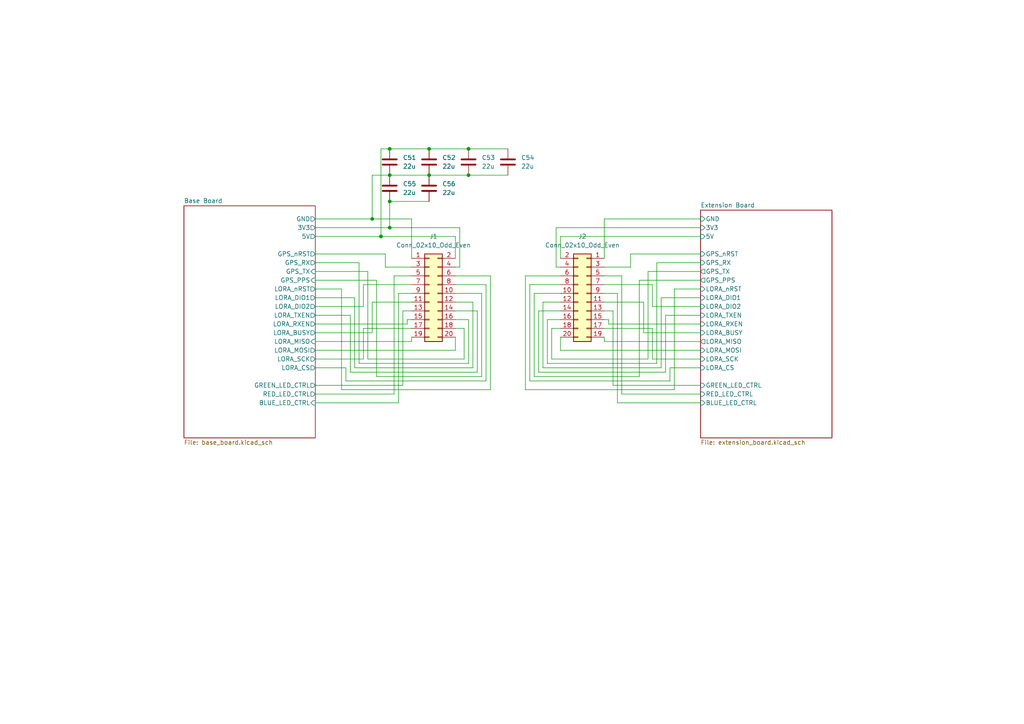
<source format=kicad_sch>
(kicad_sch (version 20230121) (generator eeschema)
  (paper "A4")
  (lib_symbols
    (symbol "Connector_Generic:Conn_02x10_Odd_Even" (pin_names (offset 1.016) hide)
      (property "Reference" "J" (at 1.27 12.7 0))
      (property "Value" "Conn_02x10_Odd_Even" (at 1.27 -15.24 0))
      (symbol "Conn_02x10_Odd_Even_1_1"
        (rectangle (start -1.27 -12.573) (end 0 -12.827) (stroke (width 0.1524)))
        (rectangle (start -1.27 -10.033) (end 0 -10.287) (stroke (width 0.1524)))
        (rectangle (start -1.27 -7.493) (end 0 -7.747) (stroke (width 0.1524)))
        (rectangle (start -1.27 -4.953) (end 0 -5.207) (stroke (width 0.1524)))
        (rectangle (start -1.27 -2.413) (end 0 -2.667) (stroke (width 0.1524)))
        (rectangle (start -1.27 0.127) (end 0 -0.127) (stroke (width 0.1524)))
        (rectangle (start -1.27 2.667) (end 0 2.413) (stroke (width 0.1524)))
        (rectangle (start -1.27 5.207) (end 0 4.953) (stroke (width 0.1524)))
        (rectangle (start -1.27 7.747) (end 0 7.493) (stroke (width 0.1524)))
        (rectangle (start -1.27 10.287) (end 0 10.033) (stroke (width 0.1524)))
        (rectangle (start -1.27 11.43) (end 3.81 -13.97) (stroke (width 0.254)) (fill (type background)))
        (rectangle (start 3.81 -12.573) (end 2.54 -12.827) (stroke (width 0.1524)))
        (rectangle (start 3.81 -10.033) (end 2.54 -10.287) (stroke (width 0.1524)))
        (rectangle (start 3.81 -7.493) (end 2.54 -7.747) (stroke (width 0.1524)))
        (rectangle (start 3.81 -4.953) (end 2.54 -5.207) (stroke (width 0.1524)))
        (rectangle (start 3.81 -2.413) (end 2.54 -2.667) (stroke (width 0.1524)))
        (rectangle (start 3.81 0.127) (end 2.54 -0.127) (stroke (width 0.1524)))
        (rectangle (start 3.81 2.667) (end 2.54 2.413) (stroke (width 0.1524)))
        (rectangle (start 3.81 5.207) (end 2.54 4.953) (stroke (width 0.1524)))
        (rectangle (start 3.81 7.747) (end 2.54 7.493) (stroke (width 0.1524)))
        (rectangle (start 3.81 10.287) (end 2.54 10.033) (stroke (width 0.1524)))
        (pin passive line (at -5.08 10.16 0) (length 3.81) (name "Pin_1") (number "1"))
        (pin passive line (at 7.62 0 180) (length 3.81) (name "Pin_10") (number "10"))
        (pin passive line (at -5.08 -2.54 0) (length 3.81) (name "Pin_11") (number "11"))
        (pin passive line (at 7.62 -2.54 180) (length 3.81) (name "Pin_12") (number "12"))
        (pin passive line (at -5.08 -5.08 0) (length 3.81) (name "Pin_13") (number "13"))
        (pin passive line (at 7.62 -5.08 180) (length 3.81) (name "Pin_14") (number "14"))
        (pin passive line (at -5.08 -7.62 0) (length 3.81) (name "Pin_15") (number "15"))
        (pin passive line (at 7.62 -7.62 180) (length 3.81) (name "Pin_16") (number "16"))
        (pin passive line (at -5.08 -10.16 0) (length 3.81) (name "Pin_17") (number "17"))
        (pin passive line (at 7.62 -10.16 180) (length 3.81) (name "Pin_18") (number "18"))
        (pin passive line (at -5.08 -12.7 0) (length 3.81) (name "Pin_19") (number "19"))
        (pin passive line (at 7.62 10.16 180) (length 3.81) (name "Pin_2") (number "2"))
        (pin passive line (at 7.62 -12.7 180) (length 3.81) (name "Pin_20") (number "20"))
        (pin passive line (at -5.08 7.62 0) (length 3.81) (name "Pin_3") (number "3"))
        (pin passive line (at 7.62 7.62 180) (length 3.81) (name "Pin_4") (number "4"))
        (pin passive line (at -5.08 5.08 0) (length 3.81) (name "Pin_5") (number "5"))
        (pin passive line (at 7.62 5.08 180) (length 3.81) (name "Pin_6") (number "6"))
        (pin passive line (at -5.08 2.54 0) (length 3.81) (name "Pin_7") (number "7"))
        (pin passive line (at 7.62 2.54 180) (length 3.81) (name "Pin_8") (number "8"))
        (pin passive line (at -5.08 0 0) (length 3.81) (name "Pin_9") (number "9"))
      )
    )
    (symbol "Device:C" (pin_numbers hide) (pin_names (offset 0.254))
      (property "Reference" "C" (at 0.635 2.54 0))
      (property "Value" "C" (at 0.635 -2.54 0))
      (symbol "C_0_1"
        (polyline (pts (xy -2.032 -0.762) (xy 2.032 -0.762)) (stroke (width 0.508)))
        (polyline (pts (xy -2.032 0.762) (xy 2.032 0.762)) (stroke (width 0.508)))
      )
      (symbol "C_1_1"
        (pin passive line (at 0 3.81 270) (length 2.794) (name "~") (number "1"))
        (pin passive line (at 0 -3.81 90) (length 2.794) (name "~") (number "2"))
      )
    )
  )
  (junction (at 124.46 43.18))
  (junction (at 110.49 68.58))
  (junction (at 124.46 50.8))
  (junction (at 113.03 50.8))
  (junction (at 113.03 58.42))
  (junction (at 113.03 43.18))
  (junction (at 107.95 63.5))
  (junction (at 135.89 43.18))
  (junction (at 113.03 66.04))
  (junction (at 135.89 50.8))
  (wire (pts (xy 91.44 88.9) (xy 105.41 88.9)))
  (wire (pts (xy 203.2 83.82) (xy 195.58 83.82)))
  (wire (pts (xy 118.11 92.71) (xy 119.38 92.71)))
  (wire (pts (xy 203.2 99.06) (xy 175.26 99.06)))
  (wire (pts (xy 180.34 114.3) (xy 180.34 80.01)))
  (wire (pts (xy 118.11 93.98) (xy 118.11 92.71)))
  (wire (pts (xy 160.02 104.14) (xy 160.02 95.25)))
  (wire (pts (xy 189.23 104.14) (xy 189.23 95.25)))
  (wire (pts (xy 105.41 88.9) (xy 105.41 82.55)))
  (wire (pts (xy 91.44 73.66) (xy 111.76 73.66)))
  (wire (pts (xy 203.2 111.76) (xy 177.8 111.76)))
  (wire (pts (xy 114.3 114.3) (xy 114.3 80.01)))
  (wire (pts (xy 91.44 96.52) (xy 107.95 96.52)))
  (wire (pts (xy 115.57 116.84) (xy 115.57 85.09)))
  (wire (pts (xy 135.89 43.18) (xy 147.32 43.18)))
  (wire (pts (xy 124.46 50.8) (xy 135.89 50.8)))
  (wire (pts (xy 189.23 82.55) (xy 175.26 82.55)))
  (wire (pts (xy 111.76 73.66) (xy 111.76 77.47)))
  (wire (pts (xy 140.97 82.55) (xy 132.08 82.55)))
  (wire (pts (xy 187.96 104.14) (xy 160.02 104.14)))
  (wire (pts (xy 100.33 110.49) (xy 140.97 110.49)))
  (wire (pts (xy 203.2 104.14) (xy 189.23 104.14)))
  (wire (pts (xy 110.49 68.58) (xy 132.08 68.58)))
  (wire (pts (xy 203.2 114.3) (xy 180.34 114.3)))
  (wire (pts (xy 91.44 91.44) (xy 101.6 91.44)))
  (wire (pts (xy 138.43 107.95) (xy 138.43 90.17)))
  (wire (pts (xy 142.24 80.01) (xy 132.08 80.01)))
  (wire (pts (xy 154.94 85.09) (xy 162.56 85.09)))
  (wire (pts (xy 91.44 76.2) (xy 104.14 76.2)))
  (wire (pts (xy 162.56 101.6) (xy 162.56 97.79)))
  (wire (pts (xy 105.41 95.25) (xy 119.38 95.25)))
  (wire (pts (xy 175.26 74.93) (xy 175.26 63.5)))
  (wire (pts (xy 100.33 106.68) (xy 100.33 110.49)))
  (wire (pts (xy 175.26 99.06) (xy 175.26 97.79)))
  (wire (pts (xy 157.48 87.63) (xy 162.56 87.63)))
  (wire (pts (xy 102.87 86.36) (xy 102.87 106.68)))
  (wire (pts (xy 91.44 86.36) (xy 102.87 86.36)))
  (wire (pts (xy 135.89 105.41) (xy 135.89 92.71)))
  (wire (pts (xy 152.4 113.03) (xy 152.4 80.01)))
  (wire (pts (xy 111.76 77.47) (xy 119.38 77.47)))
  (wire (pts (xy 91.44 81.28) (xy 109.22 81.28)))
  (wire (pts (xy 105.41 82.55) (xy 119.38 82.55)))
  (wire (pts (xy 107.95 63.5) (xy 119.38 63.5)))
  (wire (pts (xy 104.14 76.2) (xy 104.14 105.41)))
  (wire (pts (xy 195.58 83.82) (xy 195.58 113.03)))
  (wire (pts (xy 91.44 116.84) (xy 115.57 116.84)))
  (wire (pts (xy 195.58 113.03) (xy 152.4 113.03)))
  (wire (pts (xy 203.2 116.84) (xy 179.07 116.84)))
  (wire (pts (xy 91.44 66.04) (xy 113.03 66.04)))
  (wire (pts (xy 113.03 43.18) (xy 110.49 43.18)))
  (wire (pts (xy 179.07 85.09) (xy 175.26 85.09)))
  (wire (pts (xy 116.84 90.17) (xy 119.38 90.17)))
  (wire (pts (xy 119.38 74.93) (xy 119.38 63.5)))
  (wire (pts (xy 114.3 80.01) (xy 119.38 80.01)))
  (wire (pts (xy 115.57 85.09) (xy 119.38 85.09)))
  (wire (pts (xy 203.2 101.6) (xy 162.56 101.6)))
  (wire (pts (xy 91.44 104.14) (xy 105.41 104.14)))
  (wire (pts (xy 185.42 81.28) (xy 185.42 109.22)))
  (wire (pts (xy 113.03 66.04) (xy 133.35 66.04)))
  (wire (pts (xy 133.35 66.04) (xy 133.35 77.47)))
  (wire (pts (xy 106.68 104.14) (xy 134.62 104.14)))
  (wire (pts (xy 186.69 96.52) (xy 186.69 87.63)))
  (wire (pts (xy 160.02 95.25) (xy 162.56 95.25)))
  (wire (pts (xy 193.04 91.44) (xy 193.04 107.95)))
  (wire (pts (xy 109.22 81.28) (xy 109.22 109.22)))
  (wire (pts (xy 99.06 83.82) (xy 99.06 113.03)))
  (wire (pts (xy 182.88 73.66) (xy 182.88 77.47)))
  (wire (pts (xy 203.2 91.44) (xy 193.04 91.44)))
  (wire (pts (xy 179.07 116.84) (xy 179.07 85.09)))
  (wire (pts (xy 107.95 87.63) (xy 119.38 87.63)))
  (wire (pts (xy 137.16 87.63) (xy 132.08 87.63)))
  (wire (pts (xy 139.7 85.09) (xy 132.08 85.09)))
  (wire (pts (xy 113.03 58.42) (xy 113.03 66.04)))
  (wire (pts (xy 124.46 43.18) (xy 135.89 43.18)))
  (wire (pts (xy 91.44 106.68) (xy 100.33 106.68)))
  (wire (pts (xy 191.77 106.68) (xy 157.48 106.68)))
  (wire (pts (xy 134.62 95.25) (xy 132.08 95.25)))
  (wire (pts (xy 203.2 76.2) (xy 190.5 76.2)))
  (wire (pts (xy 177.8 90.17) (xy 175.26 90.17)))
  (wire (pts (xy 182.88 77.47) (xy 175.26 77.47)))
  (wire (pts (xy 91.44 83.82) (xy 99.06 83.82)))
  (wire (pts (xy 91.44 111.76) (xy 116.84 111.76)))
  (wire (pts (xy 91.44 78.74) (xy 106.68 78.74)))
  (wire (pts (xy 191.77 86.36) (xy 191.77 106.68)))
  (wire (pts (xy 189.23 95.25) (xy 175.26 95.25)))
  (wire (pts (xy 139.7 109.22) (xy 139.7 85.09)))
  (wire (pts (xy 142.24 113.03) (xy 142.24 80.01)))
  (wire (pts (xy 187.96 78.74) (xy 187.96 104.14)))
  (wire (pts (xy 161.29 77.47) (xy 162.56 77.47)))
  (wire (pts (xy 190.5 105.41) (xy 158.75 105.41)))
  (wire (pts (xy 91.44 101.6) (xy 132.08 101.6)))
  (wire (pts (xy 152.4 80.01) (xy 162.56 80.01)))
  (wire (pts (xy 110.49 43.18) (xy 110.49 68.58)))
  (wire (pts (xy 91.44 68.58) (xy 110.49 68.58)))
  (wire (pts (xy 153.67 110.49) (xy 153.67 82.55)))
  (wire (pts (xy 91.44 114.3) (xy 114.3 114.3)))
  (wire (pts (xy 109.22 109.22) (xy 139.7 109.22)))
  (wire (pts (xy 162.56 68.58) (xy 203.2 68.58)))
  (wire (pts (xy 91.44 63.5) (xy 107.95 63.5)))
  (wire (pts (xy 203.2 93.98) (xy 176.53 93.98)))
  (wire (pts (xy 154.94 109.22) (xy 154.94 85.09)))
  (wire (pts (xy 104.14 105.41) (xy 135.89 105.41)))
  (wire (pts (xy 107.95 50.8) (xy 113.03 50.8)))
  (wire (pts (xy 203.2 81.28) (xy 185.42 81.28)))
  (wire (pts (xy 203.2 73.66) (xy 182.88 73.66)))
  (wire (pts (xy 156.21 90.17) (xy 162.56 90.17)))
  (wire (pts (xy 190.5 76.2) (xy 190.5 105.41)))
  (wire (pts (xy 138.43 90.17) (xy 132.08 90.17)))
  (wire (pts (xy 203.2 96.52) (xy 186.69 96.52)))
  (wire (pts (xy 105.41 104.14) (xy 105.41 95.25)))
  (wire (pts (xy 135.89 92.71) (xy 132.08 92.71)))
  (wire (pts (xy 180.34 80.01) (xy 175.26 80.01)))
  (wire (pts (xy 132.08 68.58) (xy 132.08 74.93)))
  (wire (pts (xy 116.84 111.76) (xy 116.84 90.17)))
  (wire (pts (xy 162.56 68.58) (xy 162.56 74.93)))
  (wire (pts (xy 99.06 113.03) (xy 142.24 113.03)))
  (wire (pts (xy 156.21 107.95) (xy 156.21 90.17)))
  (wire (pts (xy 107.95 63.5) (xy 107.95 50.8)))
  (wire (pts (xy 153.67 82.55) (xy 162.56 82.55)))
  (wire (pts (xy 106.68 78.74) (xy 106.68 104.14)))
  (wire (pts (xy 189.23 88.9) (xy 189.23 82.55)))
  (wire (pts (xy 175.26 63.5) (xy 203.2 63.5)))
  (wire (pts (xy 101.6 107.95) (xy 138.43 107.95)))
  (wire (pts (xy 101.6 91.44) (xy 101.6 107.95)))
  (wire (pts (xy 203.2 106.68) (xy 194.31 106.68)))
  (wire (pts (xy 161.29 66.04) (xy 161.29 77.47)))
  (wire (pts (xy 157.48 106.68) (xy 157.48 87.63)))
  (wire (pts (xy 176.53 92.71) (xy 175.26 92.71)))
  (wire (pts (xy 203.2 88.9) (xy 189.23 88.9)))
  (wire (pts (xy 91.44 93.98) (xy 118.11 93.98)))
  (wire (pts (xy 194.31 106.68) (xy 194.31 110.49)))
  (wire (pts (xy 132.08 101.6) (xy 132.08 97.79)))
  (wire (pts (xy 203.2 78.74) (xy 187.96 78.74)))
  (wire (pts (xy 113.03 43.18) (xy 124.46 43.18)))
  (wire (pts (xy 194.31 110.49) (xy 153.67 110.49)))
  (wire (pts (xy 102.87 106.68) (xy 137.16 106.68)))
  (wire (pts (xy 113.03 50.8) (xy 124.46 50.8)))
  (wire (pts (xy 193.04 107.95) (xy 156.21 107.95)))
  (wire (pts (xy 135.89 50.8) (xy 147.32 50.8)))
  (wire (pts (xy 140.97 110.49) (xy 140.97 82.55)))
  (wire (pts (xy 176.53 93.98) (xy 176.53 92.71)))
  (wire (pts (xy 161.29 66.04) (xy 203.2 66.04)))
  (wire (pts (xy 107.95 96.52) (xy 107.95 87.63)))
  (wire (pts (xy 133.35 77.47) (xy 132.08 77.47)))
  (wire (pts (xy 137.16 106.68) (xy 137.16 87.63)))
  (wire (pts (xy 158.75 105.41) (xy 158.75 92.71)))
  (wire (pts (xy 185.42 109.22) (xy 154.94 109.22)))
  (wire (pts (xy 119.38 99.06) (xy 119.38 97.79)))
  (wire (pts (xy 203.2 86.36) (xy 191.77 86.36)))
  (wire (pts (xy 158.75 92.71) (xy 162.56 92.71)))
  (wire (pts (xy 113.03 58.42) (xy 124.46 58.42)))
  (wire (pts (xy 177.8 111.76) (xy 177.8 90.17)))
  (wire (pts (xy 134.62 104.14) (xy 134.62 95.25)))
  (wire (pts (xy 91.44 99.06) (xy 119.38 99.06)))
  (wire (pts (xy 186.69 87.63) (xy 175.26 87.63)))
  (symbol (lib_id "Device:C") (at 124.46 54.61 0) (unit 1)
    (property "Reference" "C56" (at 128.27 53.34 0) (effects (justify left)))
    (property "Value" "22u" (at 128.27 55.88 0) (effects (justify left)))
    (property "Footprint" "Capacitor_SMD:C_0603_1608Metric" (effects hide))
  )
  (symbol (lib_id "Device:C") (at 113.03 46.99 0) (unit 1)
    (property "Reference" "C51" (at 116.84 45.72 0) (effects (justify left)))
    (property "Value" "22u" (at 116.84 48.26 0) (effects (justify left)))
    (property "Footprint" "Capacitor_SMD:C_0603_1608Metric" (effects hide))
  )
  (symbol (lib_id "Connector_Generic:Conn_02x10_Odd_Even") (at 170.18 85.09 0) (mirror y) (unit 1)
    (property "Reference" "J2" (at 168.91 68.58 0))
    (property "Value" "Conn_02x10_Odd_Even" (at 168.91 71.12 0))
    (property "Footprint" "Rocketry:02x10_Compact_Connector" (effects hide))
  )
  (symbol (lib_id "Device:C") (at 124.46 46.99 0) (unit 1)
    (property "Reference" "C52" (at 128.27 45.72 0) (effects (justify left)))
    (property "Value" "22u" (at 128.27 48.26 0) (effects (justify left)))
    (property "Footprint" "Capacitor_SMD:C_0603_1608Metric" (effects hide))
  )
  (symbol (lib_id "Connector_Generic:Conn_02x10_Odd_Even") (at 124.46 85.09 0) (unit 1)
    (property "Reference" "J1" (at 125.73 68.58 0))
    (property "Value" "Conn_02x10_Odd_Even" (at 125.73 71.12 0))
    (property "Footprint" "Rocketry:02x10_Compact_Connector" (effects hide))
  )
  (symbol (lib_id "Device:C") (at 135.89 46.99 0) (unit 1)
    (property "Reference" "C53" (at 139.7 45.72 0) (effects (justify left)))
    (property "Value" "22u" (at 139.7 48.26 0) (effects (justify left)))
    (property "Footprint" "Capacitor_SMD:C_0603_1608Metric" (effects hide))
  )
  (symbol (lib_id "Device:C") (at 113.03 54.61 0) (unit 1)
    (property "Reference" "C55" (at 116.84 53.34 0) (effects (justify left)))
    (property "Value" "22u" (at 116.84 55.88 0) (effects (justify left)))
    (property "Footprint" "Capacitor_SMD:C_0603_1608Metric" (effects hide))
  )
  (symbol (lib_id "Device:C") (at 147.32 46.99 0) (unit 1)
    (property "Reference" "C54" (at 151.13 45.72 0) (effects (justify left)))
    (property "Value" "22u" (at 151.13 48.26 0) (effects (justify left)))
    (property "Footprint" "Capacitor_SMD:C_0603_1608Metric" (effects hide))
  )
  (sheet (at 203.2 60.96) (size 38.1 66.04) (stroke (width 0.1524))
    (property "Sheetname" "Extension Board" (at 203.2 60.2484 0) (effects (justify left bottom)))
    (property "Sheetfile" "extension_board.kicad_sch" (at 203.2 127.5846 0) (effects (justify left top)))
    (pin "GND" input (at 203.2 63.5 180))
    (pin "3V3" input (at 203.2 66.04 180))
    (pin "5V" input (at 203.2 68.58 180))
    (pin "GPS_nRST" input (at 203.2 73.66 180))
    (pin "GPS_RX" input (at 203.2 76.2 180))
    (pin "GPS_TX" output (at 203.2 78.74 180))
    (pin "LORA_DIO2" input (at 203.2 88.9 180))
    (pin "LORA_TXEN" input (at 203.2 91.44 180))
    (pin "LORA_RXEN" input (at 203.2 93.98 180))
    (pin "LORA_BUSY" input (at 203.2 96.52 180))
    (pin "LORA_nRST" input (at 203.2 83.82 180))
    (pin "LORA_DIO1" input (at 203.2 86.36 180))
    (pin "LORA_MISO" output (at 203.2 99.06 180))
    (pin "LORA_MOSI" input (at 203.2 101.6 180))
    (pin "LORA_SCK" input (at 203.2 104.14 180))
    (pin "LORA_CS" input (at 203.2 106.68 180))
    (pin "GREEN_LED_CTRL" input (at 203.2 111.76 180))
    (pin "RED_LED_CTRL" input (at 203.2 114.3 180))
    (pin "GPS_PPS" output (at 203.2 81.28 180))
    (pin "BLUE_LED_CTRL" input (at 203.2 116.84 180))
  )
  (sheet (at 53.34 59.69) (size 38.1 67.31) (stroke (width 0.1524))
    (property "Sheetname" "Base Board" (at 53.34 58.9784 0) (effects (justify left bottom)))
    (property "Sheetfile" "base_board.kicad_sch" (at 53.34 127.5846 0) (effects (justify left top)))
    (pin "GPS_RX" output (at 91.44 76.2 0))
    (pin "GPS_TX" input (at 91.44 78.74 0))
    (pin "GPS_nRST" output (at 91.44 73.66 0))
    (pin "LORA_nRST" output (at 91.44 83.82 0))
    (pin "LORA_MOSI" output (at 91.44 101.6 0))
    (pin "LORA_DIO1" output (at 91.44 86.36 0))
    (pin "LORA_MISO" input (at 91.44 99.06 0))
    (pin "LORA_BUSY" output (at 91.44 96.52 0))
    (pin "LORA_SCK" output (at 91.44 104.14 0))
    (pin "LORA_CS" output (at 91.44 106.68 0))
    (pin "LORA_TXEN" output (at 91.44 91.44 0))
    (pin "LORA_DIO2" output (at 91.44 88.9 0))
    (pin "LORA_RXEN" output (at 91.44 93.98 0))
    (pin "GND" output (at 91.44 63.5 0))
    (pin "3V3" output (at 91.44 66.04 0))
    (pin "5V" output (at 91.44 68.58 0))
    (pin "RED_LED_CTRL" output (at 91.44 114.3 0))
    (pin "GREEN_LED_CTRL" output (at 91.44 111.76 0))
    (pin "GPS_PPS" input (at 91.44 81.28 0))
    (pin "BLUE_LED_CTRL" input (at 91.44 116.84 0))
  )
)
</source>
